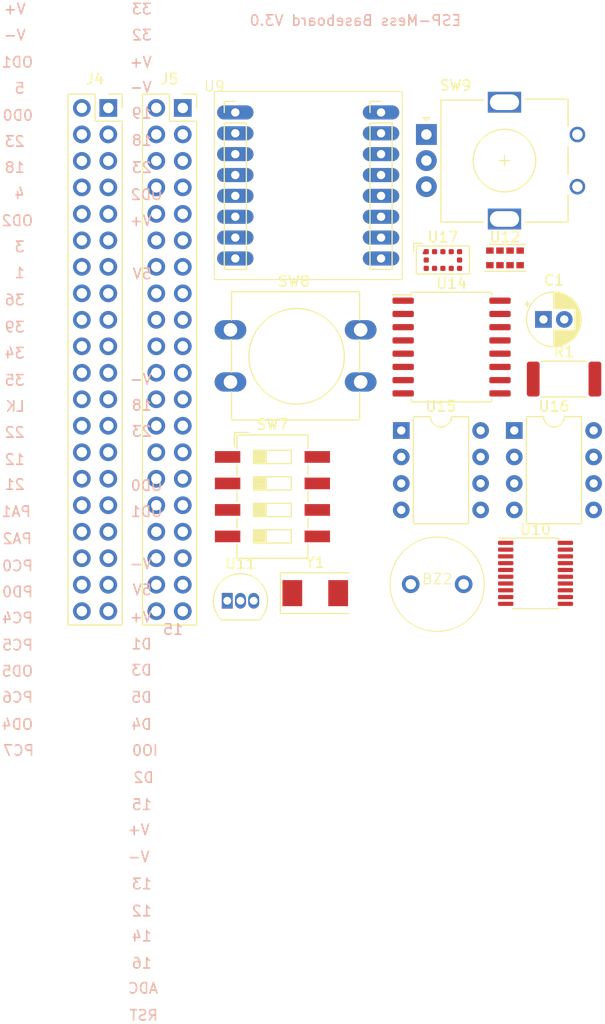
<source format=kicad_pcb>
(kicad_pcb (version 20221018) (generator pcbnew)
  (layers (0 "F.Cu" signal) (31 "B.Cu" signal) (34 "B.Paste" user) (35 "F.Paste" user) (36 "B.SilkS" user "B.Silkscreen") (37 "F.SilkS" user "F.Silkscreen") (38 "B.Mask" user) (39 "F.Mask" user) (44 "Edge.Cuts" user))
  (net 0 "")
  (net 1 "BUZZ (8)")
  (net 2 "LLED (19)")
  (net 3 "CS_A (11)")
  (net 4 "xxx")
  (net 5 "RST (2)")
  (net 6 "MOSI (3)")
  (net 7 "SCK (2)")
  (net 8 "VCC")
  (net 15 "BCLK")
  (net 20 "SDA")
  (net 21 "SCL")
  (net 23 "GAIN")
  (net 24 "DIN")
  (net 25 "LRC")
  (net 27 "A-")
  (net 28 "A+")
  (net 29 "SCL (5)")
  (net 30 "GND")
  (net 31 "+5V")
  (net 32 "SDA (4)")
  (net 35 "AO")
  (net 36 "RST")
  (net 38 "WLED")
  (net 39 "MISO (10)")
  (net 40 "CS_B")
  (net 41 "PD2")
  (net 42 "PD3")
  (net 43 "PD4")
  (net 44 "TX_PD5")
  (net 45 "RX_PD6")
  (net 46 "SDA2 (7)")
  (net 47 "EN")
  (net 48 "SCL2 (6)")
  (net 49 "SCK_PC5")
  (net 50 "MOSI_PC6")
  (net 51 "MISO_PC7")
  (net 52 "Net-(J5-Pin_37)")
  (net 53 "IO7")
  (net 54 "Net-(J5-Pin_39)")
  (net 55 "IO6")
  (net 56 "Net-(U10-PD4)")
  (net 57 "Net-(U10-PD3)")
  (net 58 "Net-(U10-PD2)")
  (net 59 "Net-(U10-PD0)")
  (net 60 "SW (9)")
  (net 61 "ADC")
  (net 62 "D16")
  (net 63 "D14")
  (net 64 "D12")
  (net 65 "D13")
  (net 66 "D1_TX")
  (net 67 "D3_RX")
  (net 68 "D0")
  (net 69 "D2")
  (net 70 "D15")
  (net 75 "SWIO")
  (net 81 "+3.3V")
  (net 83 "Net-(U14-~{INT}{slash}SQW)")
  (net 85 "Net-(U14-GND-Pad10)")
  (net 86 "Net-(U14-VBAT)")
  (net 87 "Net-(U15-X1)")
  (net 88 "Net-(U15-X2)")
  (footprint "Package_SO:TSSOP-20_4.4x6.5mm_P0.65mm" (layer "F.Cu") (at 141.46 110.53)
    (fp_text reference "U10" (at 0 -4.2) (layer "F.SilkS"))
    (fp_text value "CH32V003F4P6")
    (pad "1" smd roundrect (at -2.8625 -2.925) (size 1.475 0.4) (layers "F.Cu" "F.Paste" "F.Mask") (net 56 "Net-(U10-PD4)"))
    (pad "2" smd roundrect (at -2.8625 -2.275) (size 1.475 0.4) (layers "F.Cu" "F.Paste" "F.Mask") (net 44 "TX_PD5"))
    (pad "3" smd roundrect (at -2.8625 -1.625) (size 1.475 0.4) (layers "F.Cu" "F.Paste" "F.Mask") (net 45 "RX_PD6"))
    (pad "4" smd roundrect (at -2.8625 -0.975) (size 1.475 0.4) (layers "F.Cu" "F.Paste" "F.Mask"))
    (pad "5" smd roundrect (at -2.8625 -0.325) (size 1.475 0.4) (layers "F.Cu" "F.Paste" "F.Mask"))
    (pad "6" smd roundrect (at -2.8625 0.325) (size 1.475 0.4) (layers "F.Cu" "F.Paste" "F.Mask"))
    (pad "7" smd roundrect (at -2.8625 0.975) (size 1.475 0.4) (layers "F.Cu" "F.Paste" "F.Mask") (net 81 "+3.3V"))
    (pad "8" smd roundrect (at -2.8625 1.625) (size 1.475 0.4) (layers "F.Cu" "F.Paste" "F.Mask") (net 59 "Net-(U10-PD0)"))
    (pad "9" smd roundrect (at -2.8625 2.275) (size 1.475 0.4) (layers "F.Cu" "F.Paste" "F.Mask") (net 30 "GND"))
    (pad "10" smd roundrect (at -2.8625 2.925) (size 1.475 0.4) (layers "F.Cu" "F.Paste" "F.Mask"))
    (pad "11" smd roundrect (at 2.8625 2.925) (size 1.475 0.4) (layers "F.Cu" "F.Paste" "F.Mask") (net 46 "SDA2 (7)"))
    (pad "12" smd roundrect (at 2.8625 2.275) (size 1.475 0.4) (layers "F.Cu" "F.Paste" "F.Mask") (net 48 "SCL2 (6)"))
    (pad "13" smd roundrect (at 2.8625 1.625) (size 1.475 0.4) (layers "F.Cu" "F.Paste" "F.Mask") (net 52 "Net-(J5-Pin_37)"))
    (pad "14" smd roundrect (at 2.8625 0.975) (size 1.475 0.4) (layers "F.Cu" "F.Paste" "F.Mask") (net 54 "Net-(J5-Pin_39)"))
    (pad "15" smd roundrect (at 2.8625 0.325) (size 1.475 0.4) (layers "F.Cu" "F.Paste" "F.Mask") (net 49 "SCK_PC5"))
    (pad "16" smd roundrect (at 2.8625 -0.325) (size 1.475 0.4) (layers "F.Cu" "F.Paste" "F.Mask") (net 50 "MOSI_PC6"))
    (pad "17" smd roundrect (at 2.8625 -0.975) (size 1.475 0.4) (layers "F.Cu" "F.Paste" "F.Mask") (net 51 "MISO_PC7"))
    (pad "18" smd roundrect (at 2.8625 -1.625) (size 1.475 0.4) (layers "F.Cu" "F.Paste" "F.Mask") (net 75 "SWIO"))
    (pad "19" smd roundrect (at 2.8625 -2.275) (size 1.475 0.4) (layers "F.Cu" "F.Paste" "F.Mask") (net 58 "Net-(U10-PD2)"))
    (pad "20" smd roundrect (at 2.8625 -2.925) (size 1.475 0.4) (layers "F.Cu" "F.Paste" "F.Mask") (net 57 "Net-(U10-PD3)"))
  )
  (footprint "Rotary_Encoder:RotaryEncoder_Alps_EC11E_Vertical_H20mm" (layer "F.Cu") (at 130.98 68.45)
    (fp_text reference "SW9" (at 2.8 -4.7) (layer "F.SilkS"))
    (fp_text value "RotaryEncoder")
    (pad "" thru_hole circle (at 14.5 0) (size 1.5 1.5) (drill 1) (layers "*.Cu" "*.Mask"))
    (pad "" thru_hole circle (at 14.5 5) (size 1.5 1.5) (drill 1) (layers "*.Cu" "*.Mask"))
    (pad "A" thru_hole rect (at 0 0) (size 2 2) (drill 1) (layers "*.Cu" "*.Mask") (net 54 "Net-(J5-Pin_39)"))
    (pad "B" thru_hole circle (at 0 5) (size 2 2) (drill 1) (layers "*.Cu" "*.Mask") (net 52 "Net-(J5-Pin_37)"))
    (pad "C" thru_hole circle (at 0 2.5) (size 2 2) (drill 1) (layers "*.Cu" "*.Mask") (net 30 "GND"))
    (pad "MP" thru_hole rect (at 7.5 -3.1) (size 3.2 2) (drill oval 2.8 1.5) (layers "*.Cu" "*.Mask"))
    (pad "MP" thru_hole rect (at 7.5 8.1) (size 3.2 2) (drill oval 2.8 1.5) (layers "*.Cu" "*.Mask"))
  )
  (footprint "Connector_PinSocket_2.54mm:PinSocket_2x20_P2.54mm_Vertical" (layer "F.Cu") (at 107.59 65.9)
    (fp_text reference "J5" (at -1.27 -2.77) (layer "F.SilkS"))
    (fp_text value "Conn_02x20_Counter_Clockwise")
    (pad "1" thru_hole rect (at 0 0) (size 1.7 1.7) (drill 1) (layers "*.Cu" "*.Mask"))
    (pad "2" thru_hole oval (at -2.54 0) (size 1.7 1.7) (drill 1) (layers "*.Cu" "*.Mask"))
    (pad "3" thru_hole oval (at 0 2.54) (size 1.7 1.7) (drill 1) (layers "*.Cu" "*.Mask") (net 2 "LLED (19)"))
    (pad "4" thru_hole oval (at -2.54 2.54) (size 1.7 1.7) (drill 1) (layers "*.Cu" "*.Mask") (net 7 "SCK (2)"))
    (pad "5" thru_hole oval (at 0 5.08) (size 1.7 1.7) (drill 1) (layers "*.Cu" "*.Mask") (net 6 "MOSI (3)"))
    (pad "6" thru_hole oval (at -2.54 5.08) (size 1.7 1.7) (drill 1) (layers "*.Cu" "*.Mask") (net 35 "AO"))
    (pad "7" thru_hole oval (at 0 7.62) (size 1.7 1.7) (drill 1) (layers "*.Cu" "*.Mask") (net 36 "RST"))
    (pad "8" thru_hole oval (at -2.54 7.62) (size 1.7 1.7) (drill 1) (layers "*.Cu" "*.Mask") (net 3 "CS_A (11)"))
    (pad "9" thru_hole oval (at 0 10.16) (size 1.7 1.7) (drill 1) (layers "*.Cu" "*.Mask") (net 30 "GND"))
    (pad "10" thru_hole oval (at -2.54 10.16) (size 1.7 1.7) (drill 1) (layers "*.Cu" "*.Mask") (net 8 "VCC"))
    (pad "11" thru_hole oval (at 0 12.7) (size 1.7 1.7) (drill 1) (layers "*.Cu" "*.Mask"))
    (pad "12" thru_hole oval (at -2.54 12.7) (size 1.7 1.7) (drill 1) (layers "*.Cu" "*.Mask") (net 8 "VCC"))
    (pad "13" thru_hole oval (at 0 15.24) (size 1.7 1.7) (drill 1) (layers "*.Cu" "*.Mask") (net 38 "WLED"))
    (pad "14" thru_hole oval (at -2.54 15.24) (size 1.7 1.7) (drill 1) (layers "*.Cu" "*.Mask") (net 30 "GND"))
    (pad "15" thru_hole oval (at 0 17.78) (size 1.7 1.7) (drill 1) (layers "*.Cu" "*.Mask") (net 30 "GND"))
    (pad "16" thru_hole oval (at -2.54 17.78) (size 1.7 1.7) (drill 1) (layers "*.Cu" "*.Mask") (net 39 "MISO (10)"))
    (pad "17" thru_hole oval (at 0 20.32) (size 1.7 1.7) (drill 1) (layers "*.Cu" "*.Mask") (net 7 "SCK (2)"))
    (pad "18" thru_hole oval (at -2.54 20.32) (size 1.7 1.7) (drill 1) (layers "*.Cu" "*.Mask") (net 6 "MOSI (3)"))
    (pad "19" thru_hole oval (at 0 22.86) (size 1.7 1.7) (drill 1) (layers "*.Cu" "*.Mask") (net 40 "CS_B"))
    (pad "20" thru_hole oval (at -2.54 22.86) (size 1.7 1.7) (drill 1) (layers "*.Cu" "*.Mask") (net 8 "VCC"))
    (pad "21" thru_hole oval (at 0 25.4) (size 1.7 1.7) (drill 1) (layers "*.Cu" "*.Mask") (net 30 "GND"))
    (pad "22" thru_hole oval (at -2.54 25.4) (size 1.7 1.7) (drill 1) (layers "*.Cu" "*.Mask") (net 30 "GND"))
    (pad "23" thru_hole oval (at 0 27.94) (size 1.7 1.7) (drill 1) (layers "*.Cu" "*.Mask") (net 30 "GND"))
    (pad "24" thru_hole oval (at -2.54 27.94) (size 1.7 1.7) (drill 1) (layers "*.Cu" "*.Mask") (net 30 "GND"))
    (pad "25" thru_hole oval (at 0 30.48) (size 1.7 1.7) (drill 1) (layers "*.Cu" "*.Mask") (net 30 "GND"))
    (pad "26" thru_hole oval (at -2.54 30.48) (size 1.7 1.7) (drill 1) (layers "*.Cu" "*.Mask") (net 30 "GND"))
    (pad "27" thru_hole oval (at 0 33.02) (size 1.7 1.7) (drill 1) (layers "*.Cu" "*.Mask") (net 41 "PD2"))
    (pad "28" thru_hole oval (at -2.54 33.02) (size 1.7 1.7) (drill 1) (layers "*.Cu" "*.Mask") (net 42 "PD3"))
    (pad "29" thru_hole oval (at 0 35.56) (size 1.7 1.7) (drill 1) (layers "*.Cu" "*.Mask") (net 43 "PD4"))
    (pad "30" thru_hole oval (at -2.54 35.56) (size 1.7 1.7) (drill 1) (layers "*.Cu" "*.Mask") (net 44 "TX_PD5"))
    (pad "31" thru_hole oval (at 0 38.1) (size 1.7 1.7) (drill 1) (layers "*.Cu" "*.Mask") (net 45 "RX_PD6"))
    (pad "32" thru_hole oval (at -2.54 38.1) (size 1.7 1.7) (drill 1) (layers "*.Cu" "*.Mask") (net 46 "SDA2 (7)"))
    (pad "33" thru_hole oval (at 0 40.64) (size 1.7 1.7) (drill 1) (layers "*.Cu" "*.Mask") (net 48 "SCL2 (6)"))
    (pad "34" thru_hole oval (at -2.54 40.64) (size 1.7 1.7) (drill 1) (layers "*.Cu" "*.Mask") (net 49 "SCK_PC5"))
    (pad "35" thru_hole oval (at 0 43.18) (size 1.7 1.7) (drill 1) (layers "*.Cu" "*.Mask") (net 50 "MOSI_PC6"))
    (pad "36" thru_hole oval (at -2.54 43.18) (size 1.7 1.7) (drill 1) (layers "*.Cu" "*.Mask") (net 51 "MISO_PC7"))
    (pad "37" thru_hole oval (at 0 45.72) (size 1.7 1.7) (drill 1) (layers "*.Cu" "*.Mask") (net 52 "Net-(J5-Pin_37)"))
    (pad "38" thru_hole oval (at -2.54 45.72) (size 1.7 1.7) (drill 1) (layers "*.Cu" "*.Mask") (net 53 "IO7"))
    (pad "39" thru_hole oval (at 0 48.26) (size 1.7 1.7) (drill 1) (layers "*.Cu" "*.Mask") (net 54 "Net-(J5-Pin_39)"))
    (pad "40" thru_hole oval (at -2.54 48.26) (size 1.7 1.7) (drill 1) (layers "*.Cu" "*.Mask") (net 55 "IO6"))
  )
  (footprint "Button_Switch_SMD:SW_DIP_SPSTx04_Slide_6.7x11.72mm_W8.61mm_P2.54mm_LowProfile" (layer "F.Cu") (at 116.2 103.18)
    (fp_text reference "SW7" (at 0 -6.92) (layer "F.SilkS"))
    (fp_text value "SW_DIP_x04")
    (pad "1" smd rect (at -4.305 -3.81) (size 2.44 1.12) (layers "F.Cu" "F.Paste" "F.Mask") (net 56 "Net-(U10-PD4)"))
    (pad "2" smd rect (at -4.305 -1.27) (size 2.44 1.12) (layers "F.Cu" "F.Paste" "F.Mask") (net 57 "Net-(U10-PD3)"))
    (pad "3" smd rect (at -4.305 1.27) (size 2.44 1.12) (layers "F.Cu" "F.Paste" "F.Mask") (net 58 "Net-(U10-PD2)"))
    (pad "4" smd rect (at -4.305 3.81) (size 2.44 1.12) (layers "F.Cu" "F.Paste" "F.Mask") (net 59 "Net-(U10-PD0)"))
    (pad "5" smd rect (at 4.305 3.81) (size 2.44 1.12) (layers "F.Cu" "F.Paste" "F.Mask") (net 30 "GND"))
    (pad "6" smd rect (at 4.305 1.27) (size 2.44 1.12) (layers "F.Cu" "F.Paste" "F.Mask") (net 30 "GND"))
    (pad "7" smd rect (at 4.305 -1.27) (size 2.44 1.12) (layers "F.Cu" "F.Paste" "F.Mask") (net 30 "GND"))
    (pad "8" smd rect (at 4.305 -3.81) (size 2.44 1.12) (layers "F.Cu" "F.Paste" "F.Mask") (net 30 "GND"))
  )
  (footprint "Package_DIP:DIP-8_W7.62mm" (layer "F.Cu") (at 139.42 96.83)
    (fp_text reference "U16" (at 3.81 -2.33) (layer "F.SilkS"))
    (fp_text value "DS1302+")
    (pad "1" thru_hole rect (at 0 0) (size 1.6 1.6) (drill 0.8) (layers "*.Cu" "*.Mask") (net 86 "Net-(U14-VBAT)"))
    (pad "2" thru_hole oval (at 0 2.54) (size 1.6 1.6) (drill 0.8) (layers "*.Cu" "*.Mask") (net 87 "Net-(U15-X1)"))
    (pad "3" thru_hole oval (at 0 5.08) (size 1.6 1.6) (drill 0.8) (layers "*.Cu" "*.Mask") (net 88 "Net-(U15-X2)"))
    (pad "4" thru_hole oval (at 0 7.62) (size 1.6 1.6) (drill 0.8) (layers "*.Cu" "*.Mask") (net 30 "GND"))
    (pad "5" thru_hole oval (at 7.62 7.62) (size 1.6 1.6) (drill 0.8) (layers "*.Cu" "*.Mask"))
    (pad "6" thru_hole oval (at 7.62 5.08) (size 1.6 1.6) (drill 0.8) (layers "*.Cu" "*.Mask"))
    (pad "7" thru_hole oval (at 7.62 2.54) (size 1.6 1.6) (drill 0.8) (layers "*.Cu" "*.Mask"))
    (pad "8" thru_hole oval (at 7.62 0) (size 1.6 1.6) (drill 0.8) (layers "*.Cu" "*.Mask"))
  )
  (footprint "Capacitor_THT:CP_Radial_D5.0mm_P2.00mm" (layer "F.Cu") (at 142.219775 86.18)
    (fp_text reference "C1" (at 1 -3.75) (layer "F.SilkS"))
    (fp_text value "C")
    (pad "1" thru_hole rect (at 0 0) (size 1.6 1.6) (drill 0.8) (layers "*.Cu" "*.Mask") (net 81 "+3.3V"))
    (pad "2" thru_hole circle (at 2 0) (size 1.6 1.6) (drill 0.8) (layers "*.Cu" "*.Mask") (net 30 "GND"))
  )
  (footprint "Resistor_SMD:R_2512_6332Metric" (layer "F.Cu") (at 144.2 91.9)
    (fp_text reference "R1" (at 0 -2.62) (layer "F.SilkS"))
    (fp_text value "R")
    (pad "1" smd roundrect (at -2.9625 0) (size 1.225 3.35) (layers "F.Cu" "F.Paste" "F.Mask") (roundrect_rratio 0.204082) (net 47 "EN"))
    (pad "2" smd roundrect (at 2.9625 0) (size 1.225 3.35) (layers "F.Cu" "F.Paste" "F.Mask") (roundrect_rratio 0.204082) (net 81 "+3.3V"))
  )
  (footprint "A_SensorNode:BuzzerSmall" (layer "F.Cu") (at 132.017341 111.577341)
    (fp_text reference "BZ2" (at 0 -0.5 unlocked) (layer "F.SilkS") (effects (font (thickness 0.1))))
    (fp_text value "Buzzer")
    (pad "1" thru_hole oval (at -2.54 0) (size 1.7 1.7) (drill 1) (layers "*.Cu" "*.Mask") (net 1 "BUZZ (8)"))
    (pad "2" thru_hole oval (at 2.54 0) (size 1.7 1.7) (drill 1) (layers "*.Cu" "*.Mask") (net 30 "GND"))
  )
  (footprint "Package_TO_SOT_THT:TO-92_Inline" (layer "F.Cu") (at 111.86 113.16)
    (fp_text reference "U11" (at 1.27 -3.56) (layer "F.SilkS"))
    (fp_text value "MCP1700x-330xxTO")
    (pad "1" thru_hole rect (at 0 0) (size 1.05 1.5) (drill 0.75) (layers "*.Cu" "*.Mask") (net 30 "GND"))
    (pad "2" thru_hole oval (at 1.27 0) (size 1.05 1.5) (drill 0.75) (layers "*.Cu" "*.Mask") (net 31 "+5V"))
    (pad "3" thru_hole oval (at 2.54 0) (size 1.05 1.5) (drill 0.75) (layers "*.Cu" "*.Mask") (net 81 "+3.3V"))
  )
  (footprint "Crystal:Crystal_SMD_0603-2Pin_6.0x3.5mm" (layer "F.Cu") (at 120.31 112.43)
    (fp_text reference "Y1" (at 0 -2.95) (layer "F.SilkS"))
    (fp_text value "Crystal")
    (pad "1" smd rect (at -2.2 0) (size 1.9 2.5) (layers "F.Cu" "F.Paste" "F.Mask") (net 88 "Net-(U15-X2)"))
    (pad "2" smd rect (at 2.2 0) (size 1.9 2.5) (layers "F.Cu" "F.Paste" "F.Mask") (net 87 "Net-(U15-X1)"))
  )
  (footprint "Sensor:Avago_APDS-9960" (layer "F.Cu") (at 138.53 80.28)
    (fp_text reference "U12" (at 0 -2 unlocked) (layer "F.SilkS"))
    (fp_text value "APDS-9960")
    (pad "1" smd rect (at -1.455 -0.7) (size 0.72 0.6) (layers "F.Cu" "F.Paste" "F.Mask") (net 32 "SDA (4)"))
    (pad "2" smd rect (at -0.485 -0.7) (size 0.72 0.6) (layers "F.Cu" "F.Paste" "F.Mask"))
    (pad "3" smd rect (at 0.485 -0.7) (size 0.72 0.6) (layers "F.Cu" "F.Paste" "F.Mask"))
    (pad "4" smd rect (at 1.455 -0.7) (size 0.72 0.6) (layers "F.Cu" "F.Paste" "F.Mask"))
    (pad "5" smd rect (at 1.455 0.7) (size 0.72 0.6) (layers "F.Cu" "F.Paste" "F.Mask"))
    (pad "6" smd rect (at 0.485 0.7) (size 0.72 0.6) (layers "F.Cu" "F.Paste" "F.Mask") (net 30 "GND"))
    (pad "7" smd rect (at -0.485 0.7) (size 0.72 0.6) (layers "F.Cu" "F.Paste" "F.Mask") (net 29 "SCL (5)"))
    (pad "8" smd rect (at -1.455 0.7) (size 0.72 0.6) (layers "F.Cu" "F.Paste" "F.Mask"))
  )
  (footprint "Package_SO:SOIC-16W_7.5x10.3mm_P1.27mm" (layer "F.Cu") (at 133.4 88.83)
    (fp_text reference "U14" (at 0 -6.1) (layer "F.SilkS"))
    (fp_text value "DS3231M")
    (pad "1" smd roundrect (at -4.65 -4.445) (size 2.05 0.6) (layers "F.Cu" "F.Paste" "F.Mask"))
    (pad "2" smd roundrect (at -4.65 -3.175) (size 2.05 0.6) (layers "F.Cu" "F.Paste" "F.Mask") (net 81 "+3.3V"))
    (pad "3" smd roundrect (at -4.65 -1.905) (size 2.05 0.6) (layers "F.Cu" "F.Paste" "F.Mask") (net 83 "Net-(U14-~{INT}{slash}SQW)"))
    (pad "4" smd roundrect (at -4.65 -0.635) (size 2.05 0.6) (layers "F.Cu" "F.Paste" "F.Mask"))
    (pad "5" smd roundrect (at -4.65 0.635) (size 2.05 0.6) (layers "F.Cu" "F.Paste" "F.Mask") (net 85 "Net-(U14-GND-Pad10)"))
    (pad "6" smd roundrect (at -4.65 1.905) (size 2.05 0.6) (layers "F.Cu" "F.Paste" "F.Mask") (net 85 "Net-(U14-GND-Pad10)"))
    (pad "7" smd roundrect (at -4.65 3.175) (size 2.05 0.6) (layers "F.Cu" "F.Paste" "F.Mask") (net 85 "Net-(U14-GND-Pad10)"))
    (pad "8" smd roundrect (at -4.65 4.445) (size 2.05 0.6) (layers "F.Cu" "F.Paste" "F.Mask") (net 85 "Net-(U14-GND-Pad10)"))
    (pad "9" smd roundrect (at 4.65 4.445) (size 2.05 0.6) (layers "F.Cu" "F.Paste" "F.Mask") (net 85 "Net-(U14-GND-Pad10)"))
    (pad "10" smd roundrect (at 4.65 3.175) (size 2.05 0.6) (layers "F.Cu" "F.Paste" "F.Mask") (net 85 "Net-(U14-GND-Pad10)"))
    (pad "11" smd roundrect (at 4.65 1.905) (size 2.05 0.6) (layers "F.Cu" "F.Paste" "F.Mask") (net 85 "Net-(U14-GND-Pad10)"))
    (pad "12" smd roundrect (at 4.65 0.635) (size 2.05 0.6) (layers "F.Cu" "F.Paste" "F.Mask") (net 85 "Net-(U14-GND-Pad10)"))
    (pad "13" smd roundrect (at 4.65 -0.635) (size 2.05 0.6) (layers "F.Cu" "F.Paste" "F.Mask") (net 85 "Net-(U14-GND-Pad10)"))
    (pad "14" smd roundrect (at 4.65 -1.905) (size 2.05 0.6) (layers "F.Cu" "F.Paste" "F.Mask") (net 86 "Net-(U14-VBAT)"))
    (pad "15" smd roundrect (at 4.65 -3.175) (size 2.05 0.6) (layers "F.Cu" "F.Paste" "F.Mask") (net 32 "SDA (4)"))
    (pad "16" smd roundrect (at 4.65 -4.445) (size 2.05 0.6) (layers "F.Cu" "F.Paste" "F.Mask") (net 29 "SCL (5)"))
  )
  (footprint "Button_Switch_THT:SW_PUSH-12mm" (layer "F.Cu") (at 112.17 87.18)
    (fp_text reference "SW8" (at 6.08 -4.66) (layer "F.SilkS"))
    (fp_text value "SW_Push")
    (pad "1" thru_hole oval (at 0 0) (size 3.048 1.85) (drill 1.3) (layers "*.Cu" "*.Mask") (net 30 "GND"))
    (pad "1" thru_hole oval (at 12.5 0) (size 3.048 1.85) (drill 1.3) (layers "*.Cu" "*.Mask") (net 30 "GND"))
    (pad "2" thru_hole oval (at 0 5) (size 3.048 1.85) (drill 1.3) (layers "*.Cu" "*.Mask") (net 60 "SW (9)"))
    (pad "2" thru_hole oval (at 12.5 5) (size 3.048 1.85) (drill 1.3) (layers "*.Cu" "*.Mask") (net 60 "SW (9)"))
  )
  (footprint "Package_DIP:DIP-8_W7.62mm" (layer "F.Cu") (at 128.57 96.83)
    (fp_text reference "U15" (at 3.81 -2.33) (layer "F.SilkS"))
    (fp_text value "DS1307+")
    (pad "1" thru_hole rect (at 0 0) (size 1.6 1.6) (drill 0.8) (layers "*.Cu" "*.Mask") (net 87 "Net-(U15-X1)"))
    (pad "2" thru_hole oval (at 0 2.54) (size 1.6 1.6) (drill 0.8) (layers "*.Cu" "*.Mask") (net 88 "Net-(U15-X2)"))
    (pad "3" thru_hole oval (at 0 5.08) (size 1.6 1.6) (drill 0.8) (layers "*.Cu" "*.Mask") (net 86 "Net-(U14-VBAT)"))
    (pad "4" thru_hole oval (at 0 7.62) (size 1.6 1.6) (drill 0.8) (layers "*.Cu" "*.Mask") (net 30 "GND"))
    (pad "5" thru_hole oval (at 7.62 7.62) (size 1.6 1.6) (drill 0.8) (layers "*.Cu" "*.Mask") (net 32 "SDA (4)"))
    (pad "6" thru_hole oval (at 7.62 5.08) (size 1.6 1.6) (drill 0.8) (layers "*.Cu" "*.Mask") (net 29 "SCL (5)"))
    (pad "7" thru_hole oval (at 7.62 2.54) (size 1.6 1.6) (drill 0.8) (layers "*.Cu" "*.Mask") (net 83 "Net-(U14-~{INT}{slash}SQW)"))
    (pad "8" thru_hole oval (at 7.62 0) (size 1.6 1.6) (drill 0.8) (layers "*.Cu" "*.Mask") (net 81 "+3.3V"))
  )
  (footprint "A_SensorNode:ESP12Base" (layer "F.Cu") (at 110.625 64.325)
    (fp_text reference "U9" (at 0 -0.5 unlocked) (layer "F.SilkS") (effects (font (thickness 0.1))))
    (fp_text value "~")
    (pad "1" thru_hole oval (at 2.008 2.008) (size 3.5 1.35) (drill 0.8) (layers "*.Cu" "*.Mask") (net 36 "RST"))
    (pad "2" thru_hole oval (at 2.008 4.008) (size 3.5 1.35) (drill 0.8) (layers "*.Cu" "*.Mask") (net 61 "ADC"))
    (pad "3" thru_hole oval (at 2.008 6.008) (size 3.5 1.35) (drill 0.8) (layers "*.Cu" "*.Mask") (net 47 "EN"))
    (pad "4" thru_hole oval (at 2.008 8.008) (size 3.5 1.35) (drill 0.8) (layers "*.Cu" "*.Mask") (net 62 "D16"))
    (pad "5" thru_hole oval (at 2.008 10.008) (size 3.5 1.35) (drill 0.8) (layers "*.Cu" "*.Mask") (net 63 "D14"))
    (pad "6" thru_hole oval (at 2.008 12.008) (size 3.5 1.35) (drill 0.8) (layers "*.Cu" "*.Mask") (net 64 "D12"))
    (pad "7" thru_hole oval (at 2.008 14.008) (size 3.5 1.35) (drill 0.8) (layers "*.Cu" "*.Mask") (net 65 "D13"))
    (pad "8" thru_hole oval (at 2.008 16.008) (size 3.5 1.35) (drill 0.8) (layers "*.Cu" "*.Mask") (net 81 "+3.3V"))
    (pad "9" thru_hole oval (at 16.002 2.008) (size 3.5 1.35) (drill 0.8) (layers "*.Cu" "*.Mask") (net 66 "D1_TX"))
    (pad "10" thru_hole oval (at 16.002 4.008) (size 3.5 1.35) (drill 0.8) (layers "*.Cu" "*.Mask") (net 67 "D3_RX"))
    (pad "11" thru_hole oval (at 16.002 6.008) (size 3.5 1.35) (drill 0.8) (layers "*.Cu" "*.Mask") (net 29 "SCL (5)"))
    (pad "12" thru_hole oval (at 16.002 8.008) (size 3.5 1.35) (drill 0.8) (layers "*.Cu" "*.Mask") (net 32 "SDA (4)"))
    (pad "13" thru_hole oval (at 16.002 10.008) (size 3.5 1.35) (drill 0.8) (layers "*.Cu" "*.Mask") (net 68 "D0"))
    (pad "14" thru_hole oval (at 16.002 12.008) (size 3.5 1.35) (drill 0.8) (layers "*.Cu" "*.Mask") (net 69 "D2"))
    (pad "15" thru_hole oval (at 16.002 14.008) (size 3.5 1.35) (drill 0.8) (layers "*.Cu" "*.Mask") (net 70 "D15"))
    (pad "16" thru_hole oval (at 16.002 16.008) (size 3.5 1.35) (drill 0.8) (layers "*.Cu" "*.Mask") (net 30 "GND"))
  )
  (footprint "Sensor_Distance:ST_VL53L1x" (layer "F.Cu") (at 132.565 80.485)
    (fp_text reference "U17" (at 0 -2.2) (layer "F.SilkS"))
    (fp_text value "VL53L1CXV0FY1")
    (pad "1" smd roundrect (at -1.74 -0.675) (size 0.38 0.25) (layers "F.Cu" "F.Paste" "F.Mask"))
    (pad "1" smd roundrect (at -1.6 -0.8) (size 0.5 0.5) (layers "F.Cu" "F.Paste" "F.Mask"))
    (pad "2" smd roundrect (at -0.8 -0.8) (size 0.5 0.5) (layers "F.Cu" "F.Paste" "F.Mask"))
    (pad "3" smd roundrect (at 0 -0.8) (size 0.5 0.5) (layers "F.Cu" "F.Paste" "F.Mask") (net 30 "GND"))
    (pad "4" smd roundrect (at 0.8 -0.8) (size 0.5 0.5) (layers "F.Cu" "F.Paste" "F.Mask") (net 30 "GND"))
    (pad "5" smd roundrect (at 1.6 -0.8) (size 0.5 0.5) (layers "F.Cu" "F.Paste" "F.Mask"))
    (pad "6" smd roundrect (at 1.6 0) (size 0.5 0.5) (layers "F.Cu" "F.Paste" "F.Mask") (net 30 "GND"))
    (pad "7" smd roundrect (at 1.6 0.8) (size 0.5 0.5) (layers "F.Cu" "F.Paste" "F.Mask"))
    (pad "8" smd roundrect (at 0.8 0.8) (size 0.5 0.5) (layers "F.Cu" "F.Paste" "F.Mask"))
    (pad "9" smd roundrect (at 0 0.8) (size 0.5 0.5) (layers "F.Cu" "F.Paste" "F.Mask") (net 32 "SDA (4)"))
    (pad "10" smd roundrect (at -0.8 0.8) (size 0.5 0.5) (layers "F.Cu" "F.Paste" "F.Mask") (net 29 "SCL (5)"))
    (pad "11" smd roundrect (at -1.6 0.8) (size 0.5 0.5) (layers "F.Cu" "F.Paste" "F.Mask"))
    (pad "12" smd roundrect (at -1.6 0) (size 0.5 0.5) (layers "F.Cu" "F.Paste" "F.Mask") (net 30 "GND"))
  )
  (footprint "Connector_PinSocket_2.54mm:PinSocket_2x20_P2.54mm_Vertical" (layer "F.Cu") (at 100.44 65.9)
    (fp_text reference "J4" (at -1.27 -2.77) (layer "F.SilkS"))
    (fp_text value "Conn_02x20_Counter_Clockwise")
    (pad "1" thru_hole rect (at 0 0) (size 1.7 1.7) (drill 1) (layers "*.Cu" "*.Mask") (net 2 "LLED (19)"))
    (pad "2" thru_hole oval (at -2.54 0) (size 1.7 1.7) (drill 1) (layers "*.Cu" "*.Mask") (net 3 "CS_A (11)"))
    (pad "3" thru_hole oval (at 0 2.54) (size 1.7 1.7) (drill 1) (layers "*.Cu" "*.Mask") (net 4 "xxx"))
    (pad "4" thru_hole oval (at -2.54 2.54) (size 1.7 1.7) (drill 1) (layers "*.Cu" "*.Mask") (net 5 "RST (2)"))
    (pad "5" thru_hole oval (at 0 5.08) (size 1.7 1.7) (drill 1) (layers "*.Cu" "*.Mask") (net 6 "MOSI (3)"))
    (pad "6" thru_hole oval (at -2.54 5.08) (size 1.7 1.7) (drill 1) (layers "*.Cu" "*.Mask") (net 7 "SCK (2)"))
    (pad "7" thru_hole oval (at 0 7.62) (size 1.7 1.7) (drill 1) (layers "*.Cu" "*.Mask") (net 8 "VCC"))
    (pad "8" thru_hole oval (at -2.54 7.62) (size 1.7 1.7) (drill 1) (layers "*.Cu" "*.Mask") (net 30 "GND"))
    (pad "9" thru_hole oval (at 0 10.16) (size 1.7 1.7) (drill 1) (layers "*.Cu" "*.Mask"))
    (pad "10" thru_hole oval (at -2.54 10.16) (size 1.7 1.7) (drill 1) (layers "*.Cu" "*.Mask"))
    (pad "11" thru_hole oval (at 0 12.7) (size 1.7 1.7) (drill 1) (layers "*.Cu" "*.Mask"))
    (pad "12" thru_hole oval (at -2.54 12.7) (size 1.7 1.7) (drill 1) (layers "*.Cu" "*.Mask"))
    (pad "13" thru_hole oval (at 0 15.24) (size 1.7 1.7) (drill 1) (layers "*.Cu" "*.Mask"))
    (pad "14" thru_hole oval (at -2.54 15.24) (size 1.7 1.7) (drill 1) (layers "*.Cu" "*.Mask"))
    (pad "15" thru_hole oval (at 0 17.78) (size 1.7 1.7) (drill 1) (layers "*.Cu" "*.Mask"))
    (pad "16" thru_hole oval (at -2.54 17.78) (size 1.7 1.7) (drill 1) (layers "*.Cu" "*.Mask"))
    (pad "17" thru_hole oval (at 0 20.32) (size 1.7 1.7) (drill 1) (layers "*.Cu" "*.Mask"))
    (pad "18" thru_hole oval (at -2.54 20.32) (size 1.7 1.7) (drill 1) (layers "*.Cu" "*.Mask") (net 8 "VCC"))
    (pad "19" thru_hole oval (at 0 22.86) (size 1.7 1.7) (drill 1) (layers "*.Cu" "*.Mask"))
    (pad "20" thru_hole oval (at -2.54 22.86) (size 1.7 1.7) (drill 1) (layers "*.Cu" "*.Mask") (net 30 "GND"))
    (pad "21" thru_hole oval (at 0 25.4) (size 1.7 1.7) (drill 1) (layers "*.Cu" "*.Mask") (net 20 "SDA"))
    (pad "22" thru_hole oval (at -2.54 25.4) (size 1.7 1.7) (drill 1) (layers "*.Cu" "*.Mask") (net 21 "SCL"))
    (pad "23" thru_hole oval (at 0 27.94) (size 1.7 1.7) (drill 1) (layers "*.Cu" "*.Mask") (net 30 "GND"))
    (pad "24" thru_hole oval (at -2.54 27.94) (size 1.7 1.7) (drill 1) (layers "*.Cu" "*.Mask") (net 8 "VCC"))
    (pad "25" thru_hole oval (at 0 30.48) (size 1.7 1.7) (drill 1) (layers "*.Cu" "*.Mask") (net 8 "VCC"))
    (pad "26" thru_hole oval (at -2.54 30.48) (size 1.7 1.7) (drill 1) (layers "*.Cu" "*.Mask") (net 30 "GND"))
    (pad "27" thru_hole oval (at 0 33.02) (size 1.7 1.7) (drill 1) (layers "*.Cu" "*.Mask"))
    (pad "28" thru_hole oval (at -2.54 33.02) (size 1.7 1.7) (drill 1) (layers "*.Cu" "*.Mask") (net 23 "GAIN"))
    (pad "29" thru_hole oval (at 0 35.56) (size 1.7 1.7) (drill 1) (layers "*.Cu" "*.Mask") (net 24 "DIN"))
    (pad "30" thru_hole oval (at -2.54 35.56) (size 1.7 1.7) (drill 1) (layers "*.Cu" "*.Mask") (net 15 "BCLK"))
    (pad "31" thru_hole oval (at 0 38.1) (size 1.7 1.7) (drill 1) (layers "*.Cu" "*.Mask") (net 25 "LRC"))
    (pad "32" thru_hole oval (at -2.54 38.1) (size 1.7 1.7) (drill 1) (layers "*.Cu" "*.Mask") (net 30 "GND"))
    (pad "33" thru_hole oval (at 0 40.64) (size 1.7 1.7) (drill 1) (layers "*.Cu" "*.Mask") (net 8 "VCC"))
    (pad "34" thru_hole oval (at -2.54 40.64) (size 1.7 1.7) (drill 1) (layers "*.Cu" "*.Mask"))
    (pad "35" thru_hole oval (at 0 43.18) (size 1.7 1.7) (drill 1) (layers "*.Cu" "*.Mask") (net 27 "A-"))
    (pad "36" thru_hole oval (at -2.54 43.18) (size 1.7 1.7) (drill 1) (layers "*.Cu" "*.Mask") (net 28 "A+"))
    (pad "37" thru_hole oval (at 0 45.72) (size 1.7 1.7) (drill 1) (layers "*.Cu" "*.Mask") (net 30 "GND"))
    (pad "38" thru_hole oval (at -2.54 45.72) (size 1.7 1.7) (drill 1) (layers "*.Cu" "*.Mask") (net 8 "VCC"))
    (pad "39" thru_hole oval (at 0 48.26) (size 1.7 1.7) (drill 1) (layers "*.Cu" "*.Mask") (net 29 "SCL (5)"))
    (pad "40" thru_hole oval (at -2.54 48.26) (size 1.7 1.7) (drill 1) (layers "*.Cu" "*.Mask") (net 32 "SDA (4)"))
  )
  (gr_text "PC4" (at 93.3 115.4) (layer "B.SilkS") (effects (font (size 1 1)) (justify left bottom mirror)))
  (gr_text "PC7" (at 93.4 128.1) (layer "B.SilkS") (effects (font (size 1 1)) (justify left bottom mirror)))
  (gr_text "V+\n" (at 104.7 77.3) (layer "B.SilkS") (effects (font (size 1 1)) (justify left bottom mirror)))
  (gr_text "IO0" (at 105.3 128.1) (layer "B.SilkS") (effects (font (size 1 1)) (justify left bottom mirror)))
  (gr_text "3" (at 92.5 79.8) (layer "B.SilkS") (effects (font (size 1 1)) (justify left bottom mirror)))
  (gr_text "OD0" (at 105.7 102.7) (layer "B.SilkS") (effects (font (size 1 1)) (justify left bottom mirror)))
  (gr_text "14" (at 104.7 145.9) (layer "B.SilkS") (effects (font (size 1 1)) (justify left bottom mirror)))
  (gr_text "D5" (at 104.7 123) (layer "B.SilkS") (effects (font (size 1 1)) (justify left bottom mirror)))
  (gr_text "D1" (at 104.7 117.9) (layer "B.SilkS") (effects (font (size 1 1)) (justify left bottom mirror)))
  (gr_text "RST" (at 105.3 153.5) (layer "B.SilkS") (effects (font (size 1 1)) (justify left bottom mirror)))
  (gr_text "OD1" (at 105.7 105.2) (layer "B.SilkS") (effects (font (size 1 1)) (justify left bottom mirror)))
  (gr_text "PC5" (at 93.3 118) (layer "B.SilkS") (effects (font (size 1 1)) (justify left bottom mirror)))
  (gr_text "12" (at 92.5 100.2) (layer "B.SilkS") (effects (font (size 1 1)) (justify left bottom mirror)))
  (gr_text "LK" (at 92.5 95.1) (layer "B.SilkS") (effects (font (size 1 1)) (justify left bottom mirror)))
  (gr_text "16" (at 104.7 148.5) (layer "B.SilkS") (effects (font (size 1 1)) (justify left bottom mirror)))
  (gr_text "23" (at 104.7 72.2) (layer "B.SilkS") (effects (font (size 1 1)) (justify left bottom mirror)))
  (gr_text "V-" (at 104.5 138.3) (layer "B.SilkS") (effects (font (size 1 1)) (justify left bottom mirror)))
  (gr_text "D4" (at 104.7 125.6) (layer "B.SilkS") (effects (font (size 1 1)) (justify left bottom mirror)))
  (gr_text "V+\n" (at 104.7 115.3) (layer "B.SilkS") (effects (font (size 1 1)) (justify left bottom mirror)))
  (gr_text "V+\n" (at 104.5 135.7) (layer "B.SilkS") (effects (font (size 1 1)) (justify left bottom mirror)))
  (gr_text "18" (at 104.7 95) (layer "B.SilkS") (effects (font (size 1 1)) (justify left bottom mirror)))
  (gr_text "V+\n" (at 104.7 62.1) (layer "B.SilkS") (effects (font (size 1 1)) (justify left bottom mirror)))
  (gr_text "34" (at 92.5 90) (layer "B.SilkS") (effects (font (size 1 1)) (justify left bottom mirror)))
  (gr_text "23" (at 104.7 97.5) (layer "B.SilkS") (effects (font (size 1 1)) (justify left bottom mirror)))
  (gr_text "18" (at 92.5 72.2) (layer "B.SilkS") (effects (font (size 1 1)) (justify left bottom mirror)))
  (gr_text "D2" (at 104.9 130.7) (layer "B.SilkS") (effects (font (size 1 1)) (justify left bottom mirror)))
  (gr_text "21" (at 92.5 102.6) (layer "B.SilkS") (effects (font (size 1 1)) (justify left bottom mirror)))
  (gr_text "33" (at 104.7 57) (layer "B.SilkS") (effects (font (size 1 1)) (justify left bottom mirror)))
  (gr_text "OD1" (at 93.3 62.1) (layer "B.SilkS") (effects (font (size 1 1)) (justify left bottom mirror)))
  (gr_text "0D0" (at 93.3 67.2) (layer "B.SilkS") (effects (font (size 1 1)) (justify left bottom mirror)))
  (gr_text "5V" (at 104.7 82.4) (layer "B.SilkS") (effects (font (size 1 1)) (justify left bottom mirror)))
  (gr_text "22" (at 92.5 97.6) (layer "B.SilkS") (effects (font (size 1 1)) (justify left bottom mirror)))
  (gr_text "PA1" (at 93.1 105.2) (layer "B.SilkS") (effects (font (size 1 1)) (justify left bottom mirror)))
  (gr_text "12" (at 104.7 143.5) (layer "B.SilkS") (effects (font (size 1 1)) (justify left bottom mirror)))
  (gr_text "ADC" (at 105.3 150.9) (layer "B.SilkS") (effects (font (size 1 1)) (justify left bottom mirror)))
  (gr_text "35" (at 92.5 92.6) (layer "B.SilkS") (effects (font (size 1 1)) (justify left bottom mirror)))
  (gr_text "PC6" (at 93.3 123) (layer "B.SilkS") (effects (font (size 1 1)) (justify left bottom mirror)))
  (gr_text "OD2" (at 105.7 74.8) (layer "B.SilkS") (effects (font (size 1 1)) (justify left bottom mirror)))
  (gr_text "V-\n" (at 104.7 110.2) (layer "B.SilkS") (effects (font (size 1 1)) (justify left bottom mirror)))
  (gr_text "18" (at 104.7 69.6) (layer "B.SilkS") (effects (font (size 1 1)) (justify left bottom mirror)))
  (gr_text "32" (at 104.7 59.5) (layer "B.SilkS") (effects (font (size 1 1)) (justify left bottom mirror)))
  (gr_text "V-\n" (at 104.7 64.5) (layer "B.SilkS") (effects (font (size 1 1)) (justify left bottom mirror)))
  (gr_text "OD2" (at 93.3 77.3) (layer "B.SilkS") (effects (font (size 1 1)) (justify left bottom mirror)))
  (gr_text "PA2" (at 93.2 107.8) (layer "B.SilkS") (effects (font (size 1 1)) (justify left bottom mirror)))
  (gr_text "15" (at 107.7 116.5) (layer "B.SilkS") (effects (font (size 1 1)) (justify left bottom mirror)))
  (gr_text "23" (at 92.5 69.7) (layer "B.SilkS") (effects (font (size 1 1)) (justify left bottom mirror)))
  (gr_text "PC0\n" (at 93.3 110.4) (layer "B.SilkS") (effects (font (size 1 1)) (justify left bottom mirror)))
  (gr_text "19" (at 104.7 67) (layer "B.SilkS") (effects (font (size 1 1)) (justify left bottom mirror)))
  (gr_text "ESP-Mess Baseboard V3.0" (at 134.4 58.1) (layer "B.SilkS") (effects (font (size 1 1)) (justify left bottom mirror)))
  (gr_text "V-\n" (at 92.6 59.5) (layer "B.SilkS") (effects (font (size 1 1)) (justify left bottom mirror)))
  (gr_text "15" (at 104.7 133.3) (layer "B.SilkS") (effects (font (size 1 1)) (justify left bottom mirror)))
  (gr_text "OD4" (at 93.3 125.6) (layer "B.SilkS") (effects (font (size 1 1)) (justify left bottom mirror)))
  (gr_text "39" (at 92.5 87.5) (layer "B.SilkS") (effects (font (size 1 1)) (justify left bottom mirror)))
  (gr_text "5" (at 92.5 64.6) (layer "B.SilkS") (effects (font (size 1 1)) (justify left bottom mirror)))
  (gr_text "5V" (at 104.7 112.7) (layer "B.SilkS") (effects (font (size 1 1)) (justify left bottom mirror)))
  (gr_text "13" (at 104.7 140.9) (layer "B.SilkS") (effects (font (size 1 1)) (justify left bottom mirror)))
  (gr_text "V-" (at 104.7 92.5) (layer "B.SilkS") (effects (font (size 1 1)) (justify left bottom mirror)))
  (gr_text "4" (at 92.5 74.7) (layer "B.SilkS") (effects (font (size 1 1)) (justify left bottom mirror)))
  (gr_text "36" (at 92.5 84.9) (layer "B.SilkS") (effects (font (size 1 1)) (justify left bottom mirror)))
  (gr_text "OD5" (at 93.3 120.5) (layer "B.SilkS") (effects (font (size 1 1)) (justify left bottom mirror)))
  (gr_text "PD0" (at 93.3 112.9) (layer "B.SilkS") (effects (font (size 1 1)) (justify left bottom mirror)))
  (gr_text "V+" (at 92.6 57) (layer "B.SilkS") (effects (font (size 1 1)) (justify left bottom mirror)))
  (gr_text "D3" (at 104.7 120.4) (layer "B.SilkS") (effects (font (size 1 1)) (justify left bottom mirror)))
  (gr_text "1" (at 92.5 82.3) (layer "B.SilkS") (effects (font (size 1 1)) (justify left bottom mirror)))
)
</source>
